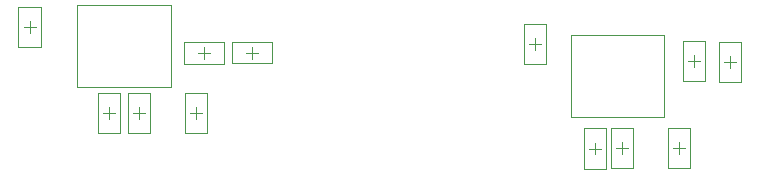
<source format=gbr>
%TF.GenerationSoftware,Altium Limited,Altium Designer,19.1.8 (144)*%
G04 Layer_Color=32768*
%FSLAX26Y26*%
%MOIN*%
%TF.FileFunction,Other,Mechanical_15*%
%TF.Part,Single*%
G01*
G75*
%TA.AperFunction,NonConductor*%
%ADD35C,0.003937*%
%ADD47C,0.001968*%
D35*
X1973819Y1244173D02*
Y1519764D01*
Y1244173D02*
X2284843D01*
Y1519764D01*
X1973819D02*
X2284843D01*
X3619843Y1144449D02*
Y1420039D01*
Y1144449D02*
X3930866D01*
Y1420039D01*
X3619843D02*
X3930866D01*
X3700000Y1021063D02*
Y1060433D01*
X3680315Y1040748D02*
X3719685D01*
X4150000Y1310315D02*
Y1349685D01*
X4130315Y1330000D02*
X4169685D01*
X2080000Y1138898D02*
Y1178268D01*
X2060315Y1158583D02*
X2099685D01*
X2370000Y1138898D02*
Y1178268D01*
X2350315Y1158583D02*
X2389685D01*
X2536732Y1360000D02*
X2576102D01*
X2556417Y1340315D02*
Y1379685D01*
X3980000Y1023898D02*
Y1063268D01*
X3960315Y1043583D02*
X3999685D01*
X3500000Y1370315D02*
Y1409685D01*
X3480315Y1390000D02*
X3519685D01*
X4030000Y1313898D02*
Y1353268D01*
X4010315Y1333583D02*
X4049685D01*
X1815000Y1425315D02*
Y1464685D01*
X1795315Y1445000D02*
X1834685D01*
X2180000Y1138898D02*
Y1178268D01*
X2160315Y1158583D02*
X2199685D01*
X2376732Y1360000D02*
X2416102D01*
X2396417Y1340315D02*
Y1379685D01*
X3790000Y1023898D02*
Y1063268D01*
X3770315Y1043583D02*
X3809685D01*
D47*
X3664567Y973819D02*
X3735433D01*
X3664567Y1107677D02*
X3735433D01*
X3664567Y973819D02*
Y1107677D01*
X3735433Y973819D02*
Y1107677D01*
X4114567Y1263071D02*
X4185433D01*
X4114567Y1396929D02*
X4185433D01*
X4114567Y1263071D02*
Y1396929D01*
X4185433Y1263071D02*
Y1396929D01*
X2044567Y1091654D02*
X2115433D01*
X2044567Y1225512D02*
X2115433D01*
X2044567Y1091654D02*
Y1225512D01*
X2115433Y1091654D02*
Y1225512D01*
X2334567Y1091654D02*
X2405433D01*
X2334567Y1225512D02*
X2405433D01*
X2334567Y1091654D02*
Y1225512D01*
X2405433Y1091654D02*
Y1225512D01*
X2623346Y1324567D02*
Y1395433D01*
X2489488Y1324567D02*
Y1395433D01*
Y1324567D02*
X2623346D01*
X2489488Y1395433D02*
X2623346D01*
X3944567Y976654D02*
X4015433D01*
X3944567Y1110512D02*
X4015433D01*
X3944567Y976654D02*
Y1110512D01*
X4015433Y976654D02*
Y1110512D01*
X3462599Y1456929D02*
X3537402D01*
X3462599Y1323071D02*
X3537402D01*
Y1456929D01*
X3462599Y1323071D02*
Y1456929D01*
X3992598Y1266654D02*
X4067401D01*
X3992598Y1400512D02*
X4067401D01*
X3992598Y1266654D02*
Y1400512D01*
X4067401Y1266654D02*
Y1400512D01*
X1777599Y1511929D02*
X1852402D01*
X1777599Y1378071D02*
X1852402D01*
Y1511929D01*
X1777599Y1378071D02*
Y1511929D01*
X2142599Y1225512D02*
X2217402D01*
X2142599Y1091653D02*
X2217402D01*
Y1225512D01*
X2142599Y1091653D02*
Y1225512D01*
X2329488Y1322599D02*
Y1397402D01*
X2463347Y1322599D02*
Y1397402D01*
X2329488D02*
X2463347D01*
X2329488Y1322599D02*
X2463347D01*
X3752599Y1110512D02*
X3827402D01*
X3752599Y976654D02*
X3827402D01*
Y1110512D01*
X3752599Y976654D02*
Y1110512D01*
%TF.MD5,0987d5356e5d28f3d7cfdfdf81f9f86a*%
M02*

</source>
